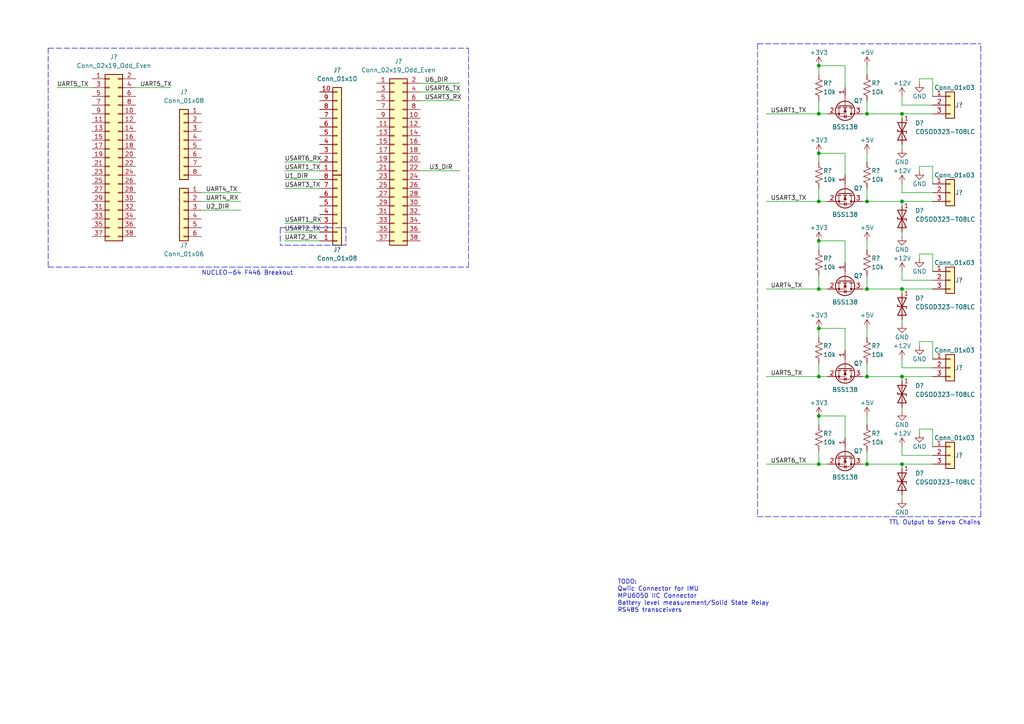
<source format=kicad_sch>
(kicad_sch (version 20211123) (generator eeschema)
  (paper "A4")
  (lib_symbols
    (symbol "Connector_Generic:Conn_01x03" (pin_names (offset 1.016) hide)
      (property "Reference" "J" (at 0 5.08 0))
      (property "Value" "Conn_01x03" (at 0 -5.08 0))
      (symbol "Conn_01x03_1_1"
        (rectangle (start -1.27 -2.413) (end 0 -2.667) (stroke (width 0.1524)))
        (rectangle (start -1.27 0.127) (end 0 -0.127) (stroke (width 0.1524)))
        (rectangle (start -1.27 2.667) (end 0 2.413) (stroke (width 0.1524)))
        (rectangle (start -1.27 3.81) (end 1.27 -3.81) (stroke (width 0.254)) (fill (type background)))
        (pin passive line (at -5.08 2.54 0) (length 3.81) (name "Pin_1") (number "1"))
        (pin passive line (at -5.08 0 0) (length 3.81) (name "Pin_2") (number "2"))
        (pin passive line (at -5.08 -2.54 0) (length 3.81) (name "Pin_3") (number "3"))
      )
    )
    (symbol "Connector_Generic:Conn_01x06" (pin_names (offset 1.016) hide)
      (property "Reference" "J" (at 0 7.62 0))
      (property "Value" "Conn_01x06" (at 0 -10.16 0))
      (symbol "Conn_01x06_1_1"
        (rectangle (start -1.27 -7.493) (end 0 -7.747) (stroke (width 0.1524)))
        (rectangle (start -1.27 -4.953) (end 0 -5.207) (stroke (width 0.1524)))
        (rectangle (start -1.27 -2.413) (end 0 -2.667) (stroke (width 0.1524)))
        (rectangle (start -1.27 0.127) (end 0 -0.127) (stroke (width 0.1524)))
        (rectangle (start -1.27 2.667) (end 0 2.413) (stroke (width 0.1524)))
        (rectangle (start -1.27 5.207) (end 0 4.953) (stroke (width 0.1524)))
        (rectangle (start -1.27 6.35) (end 1.27 -8.89) (stroke (width 0.254)) (fill (type background)))
        (pin passive line (at -5.08 5.08 0) (length 3.81) (name "Pin_1") (number "1"))
        (pin passive line (at -5.08 2.54 0) (length 3.81) (name "Pin_2") (number "2"))
        (pin passive line (at -5.08 0 0) (length 3.81) (name "Pin_3") (number "3"))
        (pin passive line (at -5.08 -2.54 0) (length 3.81) (name "Pin_4") (number "4"))
        (pin passive line (at -5.08 -5.08 0) (length 3.81) (name "Pin_5") (number "5"))
        (pin passive line (at -5.08 -7.62 0) (length 3.81) (name "Pin_6") (number "6"))
      )
    )
    (symbol "Connector_Generic:Conn_01x08" (pin_names (offset 1.016) hide)
      (property "Reference" "J" (at 0 10.16 0))
      (property "Value" "Conn_01x08" (at 0 -12.7 0))
      (symbol "Conn_01x08_1_1"
        (rectangle (start -1.27 -10.033) (end 0 -10.287) (stroke (width 0.1524)))
        (rectangle (start -1.27 -7.493) (end 0 -7.747) (stroke (width 0.1524)))
        (rectangle (start -1.27 -4.953) (end 0 -5.207) (stroke (width 0.1524)))
        (rectangle (start -1.27 -2.413) (end 0 -2.667) (stroke (width 0.1524)))
        (rectangle (start -1.27 0.127) (end 0 -0.127) (stroke (width 0.1524)))
        (rectangle (start -1.27 2.667) (end 0 2.413) (stroke (width 0.1524)))
        (rectangle (start -1.27 5.207) (end 0 4.953) (stroke (width 0.1524)))
        (rectangle (start -1.27 7.747) (end 0 7.493) (stroke (width 0.1524)))
        (rectangle (start -1.27 8.89) (end 1.27 -11.43) (stroke (width 0.254)) (fill (type background)))
        (pin passive line (at -5.08 7.62 0) (length 3.81) (name "Pin_1") (number "1"))
        (pin passive line (at -5.08 5.08 0) (length 3.81) (name "Pin_2") (number "2"))
        (pin passive line (at -5.08 2.54 0) (length 3.81) (name "Pin_3") (number "3"))
        (pin passive line (at -5.08 0 0) (length 3.81) (name "Pin_4") (number "4"))
        (pin passive line (at -5.08 -2.54 0) (length 3.81) (name "Pin_5") (number "5"))
        (pin passive line (at -5.08 -5.08 0) (length 3.81) (name "Pin_6") (number "6"))
        (pin passive line (at -5.08 -7.62 0) (length 3.81) (name "Pin_7") (number "7"))
        (pin passive line (at -5.08 -10.16 0) (length 3.81) (name "Pin_8") (number "8"))
      )
    )
    (symbol "Connector_Generic:Conn_01x10" (pin_names (offset 1.016) hide)
      (property "Reference" "J" (at 0 12.7 0))
      (property "Value" "Conn_01x10" (at 0 -15.24 0))
      (symbol "Conn_01x10_1_1"
        (rectangle (start -1.27 -12.573) (end 0 -12.827) (stroke (width 0.1524)))
        (rectangle (start -1.27 -10.033) (end 0 -10.287) (stroke (width 0.1524)))
        (rectangle (start -1.27 -7.493) (end 0 -7.747) (stroke (width 0.1524)))
        (rectangle (start -1.27 -4.953) (end 0 -5.207) (stroke (width 0.1524)))
        (rectangle (start -1.27 -2.413) (end 0 -2.667) (stroke (width 0.1524)))
        (rectangle (start -1.27 0.127) (end 0 -0.127) (stroke (width 0.1524)))
        (rectangle (start -1.27 2.667) (end 0 2.413) (stroke (width 0.1524)))
        (rectangle (start -1.27 5.207) (end 0 4.953) (stroke (width 0.1524)))
        (rectangle (start -1.27 7.747) (end 0 7.493) (stroke (width 0.1524)))
        (rectangle (start -1.27 10.287) (end 0 10.033) (stroke (width 0.1524)))
        (rectangle (start -1.27 11.43) (end 1.27 -13.97) (stroke (width 0.254)) (fill (type background)))
        (pin passive line (at -5.08 10.16 0) (length 3.81) (name "Pin_1") (number "1"))
        (pin passive line (at -5.08 -12.7 0) (length 3.81) (name "Pin_10") (number "10"))
        (pin passive line (at -5.08 7.62 0) (length 3.81) (name "Pin_2") (number "2"))
        (pin passive line (at -5.08 5.08 0) (length 3.81) (name "Pin_3") (number "3"))
        (pin passive line (at -5.08 2.54 0) (length 3.81) (name "Pin_4") (number "4"))
        (pin passive line (at -5.08 0 0) (length 3.81) (name "Pin_5") (number "5"))
        (pin passive line (at -5.08 -2.54 0) (length 3.81) (name "Pin_6") (number "6"))
        (pin passive line (at -5.08 -5.08 0) (length 3.81) (name "Pin_7") (number "7"))
        (pin passive line (at -5.08 -7.62 0) (length 3.81) (name "Pin_8") (number "8"))
        (pin passive line (at -5.08 -10.16 0) (length 3.81) (name "Pin_9") (number "9"))
      )
    )
    (symbol "Connector_Generic:Conn_02x19_Odd_Even" (pin_names (offset 1.016) hide)
      (property "Reference" "J" (at 1.27 25.4 0))
      (property "Value" "Conn_02x19_Odd_Even" (at 1.27 -25.4 0))
      (symbol "Conn_02x19_Odd_Even_1_1"
        (rectangle (start -1.27 -22.733) (end 0 -22.987) (stroke (width 0.1524)))
        (rectangle (start -1.27 -20.193) (end 0 -20.447) (stroke (width 0.1524)))
        (rectangle (start -1.27 -17.653) (end 0 -17.907) (stroke (width 0.1524)))
        (rectangle (start -1.27 -15.113) (end 0 -15.367) (stroke (width 0.1524)))
        (rectangle (start -1.27 -12.573) (end 0 -12.827) (stroke (width 0.1524)))
        (rectangle (start -1.27 -10.033) (end 0 -10.287) (stroke (width 0.1524)))
        (rectangle (start -1.27 -7.493) (end 0 -7.747) (stroke (width 0.1524)))
        (rectangle (start -1.27 -4.953) (end 0 -5.207) (stroke (width 0.1524)))
        (rectangle (start -1.27 -2.413) (end 0 -2.667) (stroke (width 0.1524)))
        (rectangle (start -1.27 0.127) (end 0 -0.127) (stroke (width 0.1524)))
        (rectangle (start -1.27 2.667) (end 0 2.413) (stroke (width 0.1524)))
        (rectangle (start -1.27 5.207) (end 0 4.953) (stroke (width 0.1524)))
        (rectangle (start -1.27 7.747) (end 0 7.493) (stroke (width 0.1524)))
        (rectangle (start -1.27 10.287) (end 0 10.033) (stroke (width 0.1524)))
        (rectangle (start -1.27 12.827) (end 0 12.573) (stroke (width 0.1524)))
        (rectangle (start -1.27 15.367) (end 0 15.113) (stroke (width 0.1524)))
        (rectangle (start -1.27 17.907) (end 0 17.653) (stroke (width 0.1524)))
        (rectangle (start -1.27 20.447) (end 0 20.193) (stroke (width 0.1524)))
        (rectangle (start -1.27 22.987) (end 0 22.733) (stroke (width 0.1524)))
        (rectangle (start -1.27 24.13) (end 3.81 -24.13) (stroke (width 0.254)) (fill (type background)))
        (rectangle (start 3.81 -22.733) (end 2.54 -22.987) (stroke (width 0.1524)))
        (rectangle (start 3.81 -20.193) (end 2.54 -20.447) (stroke (width 0.1524)))
        (rectangle (start 3.81 -17.653) (end 2.54 -17.907) (stroke (width 0.1524)))
        (rectangle (start 3.81 -15.113) (end 2.54 -15.367) (stroke (width 0.1524)))
        (rectangle (start 3.81 -12.573) (end 2.54 -12.827) (stroke (width 0.1524)))
        (rectangle (start 3.81 -10.033) (end 2.54 -10.287) (stroke (width 0.1524)))
        (rectangle (start 3.81 -7.493) (end 2.54 -7.747) (stroke (width 0.1524)))
        (rectangle (start 3.81 -4.953) (end 2.54 -5.207) (stroke (width 0.1524)))
        (rectangle (start 3.81 -2.413) (end 2.54 -2.667) (stroke (width 0.1524)))
        (rectangle (start 3.81 0.127) (end 2.54 -0.127) (stroke (width 0.1524)))
        (rectangle (start 3.81 2.667) (end 2.54 2.413) (stroke (width 0.1524)))
        (rectangle (start 3.81 5.207) (end 2.54 4.953) (stroke (width 0.1524)))
        (rectangle (start 3.81 7.747) (end 2.54 7.493) (stroke (width 0.1524)))
        (rectangle (start 3.81 10.287) (end 2.54 10.033) (stroke (width 0.1524)))
        (rectangle (start 3.81 12.827) (end 2.54 12.573) (stroke (width 0.1524)))
        (rectangle (start 3.81 15.367) (end 2.54 15.113) (stroke (width 0.1524)))
        (rectangle (start 3.81 17.907) (end 2.54 17.653) (stroke (width 0.1524)))
        (rectangle (start 3.81 20.447) (end 2.54 20.193) (stroke (width 0.1524)))
        (rectangle (start 3.81 22.987) (end 2.54 22.733) (stroke (width 0.1524)))
        (pin passive line (at -5.08 22.86 0) (length 3.81) (name "Pin_1") (number "1"))
        (pin passive line (at 7.62 12.7 180) (length 3.81) (name "Pin_10") (number "10"))
        (pin passive line (at -5.08 10.16 0) (length 3.81) (name "Pin_11") (number "11"))
        (pin passive line (at 7.62 10.16 180) (length 3.81) (name "Pin_12") (number "12"))
        (pin passive line (at -5.08 7.62 0) (length 3.81) (name "Pin_13") (number "13"))
        (pin passive line (at 7.62 7.62 180) (length 3.81) (name "Pin_14") (number "14"))
        (pin passive line (at -5.08 5.08 0) (length 3.81) (name "Pin_15") (number "15"))
        (pin passive line (at 7.62 5.08 180) (length 3.81) (name "Pin_16") (number "16"))
        (pin passive line (at -5.08 2.54 0) (length 3.81) (name "Pin_17") (number "17"))
        (pin passive line (at 7.62 2.54 180) (length 3.81) (name "Pin_18") (number "18"))
        (pin passive line (at -5.08 0 0) (length 3.81) (name "Pin_19") (number "19"))
        (pin passive line (at 7.62 22.86 180) (length 3.81) (name "Pin_2") (number "2"))
        (pin passive line (at 7.62 0 180) (length 3.81) (name "Pin_20") (number "20"))
        (pin passive line (at -5.08 -2.54 0) (length 3.81) (name "Pin_21") (number "21"))
        (pin passive line (at 7.62 -2.54 180) (length 3.81) (name "Pin_22") (number "22"))
        (pin passive line (at -5.08 -5.08 0) (length 3.81) (name "Pin_23") (number "23"))
        (pin passive line (at 7.62 -5.08 180) (length 3.81) (name "Pin_24") (number "24"))
        (pin passive line (at -5.08 -7.62 0) (length 3.81) (name "Pin_25") (number "25"))
        (pin passive line (at 7.62 -7.62 180) (length 3.81) (name "Pin_26") (number "26"))
        (pin passive line (at -5.08 -10.16 0) (length 3.81) (name "Pin_27") (number "27"))
        (pin passive line (at 7.62 -10.16 180) (length 3.81) (name "Pin_28") (number "28"))
        (pin passive line (at -5.08 -12.7 0) (length 3.81) (name "Pin_29") (number "29"))
        (pin passive line (at -5.08 20.32 0) (length 3.81) (name "Pin_3") (number "3"))
        (pin passive line (at 7.62 -12.7 180) (length 3.81) (name "Pin_30") (number "30"))
        (pin passive line (at -5.08 -15.24 0) (length 3.81) (name "Pin_31") (number "31"))
        (pin passive line (at 7.62 -15.24 180) (length 3.81) (name "Pin_32") (number "32"))
        (pin passive line (at -5.08 -17.78 0) (length 3.81) (name "Pin_33") (number "33"))
        (pin passive line (at 7.62 -17.78 180) (length 3.81) (name "Pin_34") (number "34"))
        (pin passive line (at -5.08 -20.32 0) (length 3.81) (name "Pin_35") (number "35"))
        (pin passive line (at 7.62 -20.32 180) (length 3.81) (name "Pin_36") (number "36"))
        (pin passive line (at -5.08 -22.86 0) (length 3.81) (name "Pin_37") (number "37"))
        (pin passive line (at 7.62 -22.86 180) (length 3.81) (name "Pin_38") (number "38"))
        (pin passive line (at 7.62 20.32 180) (length 3.81) (name "Pin_4") (number "4"))
        (pin passive line (at -5.08 17.78 0) (length 3.81) (name "Pin_5") (number "5"))
        (pin passive line (at 7.62 17.78 180) (length 3.81) (name "Pin_6") (number "6"))
        (pin passive line (at -5.08 15.24 0) (length 3.81) (name "Pin_7") (number "7"))
        (pin passive line (at 7.62 15.24 180) (length 3.81) (name "Pin_8") (number "8"))
        (pin passive line (at -5.08 12.7 0) (length 3.81) (name "Pin_9") (number "9"))
      )
    )
    (symbol "D_TVS_1" (pin_numbers hide) (pin_names (offset 1.016) hide)
      (property "Reference" "D?" (at 2.54 1.2701 90))
      (property "Value" "D_TVS_1" (at 2.54 -1.2699 90))
      (symbol "D_TVS_1_0_0"
        (text "1" (at -3.81 1.27 900) (effects (font (size 1.27 1.27))))
      )
      (symbol "D_TVS_1_0_1"
        (polyline (pts (xy 1.27 0) (xy -1.27 0)))
        (polyline (pts (xy 0.508 1.27) (xy 0 1.27) (xy 0 -1.27) (xy -0.508 -1.27)) (stroke (width 0.254)))
        (polyline (pts (xy -2.54 1.27) (xy -2.54 -1.27) (xy 2.54 1.27) (xy 2.54 -1.27) (xy -2.54 1.27)) (stroke (width 0.254)))
      )
      (symbol "D_TVS_1_1_1"
        (pin passive line (at -3.81 0 0) (length 2.54) (name "A1") (number "1"))
        (pin passive line (at 3.81 0 180) (length 2.54) (name "A2") (number "2"))
      )
    )
    (symbol "Device:R_US" (pin_numbers hide) (pin_names (offset 0))
      (property "Reference" "R" (at 2.54 0 90))
      (property "Value" "R_US" (at -2.54 0 90))
      (symbol "R_US_0_1"
        (polyline (pts (xy 0 -2.286) (xy 0 -2.54)))
        (polyline (pts (xy 0 2.286) (xy 0 2.54)))
        (polyline (pts (xy 0 -0.762) (xy 1.016 -1.143) (xy 0 -1.524) (xy -1.016 -1.905) (xy 0 -2.286)))
        (polyline (pts (xy 0 0.762) (xy 1.016 0.381) (xy 0 0) (xy -1.016 -0.381) (xy 0 -0.762)))
        (polyline (pts (xy 0 2.286) (xy 1.016 1.905) (xy 0 1.524) (xy -1.016 1.143) (xy 0 0.762)))
      )
      (symbol "R_US_1_1"
        (pin passive line (at 0 3.81 270) (length 1.27) (name "~") (number "1"))
        (pin passive line (at 0 -3.81 90) (length 1.27) (name "~") (number "2"))
      )
    )
    (symbol "Transistor_FET:BSS138" (pin_names hide)
      (property "Reference" "Q" (at 5.08 1.905 0))
      (property "Value" "BSS138" (at 5.08 0 0))
      (symbol "BSS138_0_1"
        (polyline (pts (xy 0.254 0) (xy -2.54 0)))
        (polyline (pts (xy 0.254 1.905) (xy 0.254 -1.905)) (stroke (width 0.254)))
        (polyline (pts (xy 0.762 -1.27) (xy 0.762 -2.286)) (stroke (width 0.254)))
        (polyline (pts (xy 0.762 0.508) (xy 0.762 -0.508)) (stroke (width 0.254)))
        (polyline (pts (xy 0.762 2.286) (xy 0.762 1.27)) (stroke (width 0.254)))
        (polyline (pts (xy 2.54 2.54) (xy 2.54 1.778)))
        (polyline (pts (xy 2.54 -2.54) (xy 2.54 0) (xy 0.762 0)))
        (polyline (pts (xy 0.762 -1.778) (xy 3.302 -1.778) (xy 3.302 1.778) (xy 0.762 1.778)))
        (polyline (pts (xy 1.016 0) (xy 2.032 0.381) (xy 2.032 -0.381) (xy 1.016 0)) (fill (type outline)))
        (polyline (pts (xy 2.794 0.508) (xy 2.921 0.381) (xy 3.683 0.381) (xy 3.81 0.254)))
        (polyline (pts (xy 3.302 0.381) (xy 2.921 -0.254) (xy 3.683 -0.254) (xy 3.302 0.381)))
        (circle (center 1.651 0) (radius 2.794) (stroke (width 0.254)))
        (circle (center 2.54 -1.778) (radius 0.254) (fill (type outline)))
        (circle (center 2.54 1.778) (radius 0.254) (fill (type outline)))
      )
      (symbol "BSS138_1_1"
        (pin input line (at -5.08 0 0) (length 2.54) (name "G") (number "1"))
        (pin passive line (at 2.54 -5.08 90) (length 2.54) (name "S") (number "2"))
        (pin passive line (at 2.54 5.08 270) (length 2.54) (name "D") (number "3"))
      )
    )
    (symbol "power:+12V" (power) (pin_names (offset 0))
      (property "Value" "+12V" (at 0 3.556 0))
      (symbol "+12V_0_1"
        (polyline (pts (xy -0.762 1.27) (xy 0 2.54)))
        (polyline (pts (xy 0 0) (xy 0 2.54)))
        (polyline (pts (xy 0 2.54) (xy 0.762 1.27)))
      )
      (symbol "+12V_1_1"
        (pin power_in line (at 0 0 90) (length 0) hide (name "+12V") (number "1"))
      )
    )
    (symbol "power:+3.3V" (power) (pin_names (offset 0))
      (property "Value" "+3.3V" (at 0 3.556 0))
      (symbol "+3.3V_0_1"
        (polyline (pts (xy -0.762 1.27) (xy 0 2.54)))
        (polyline (pts (xy 0 0) (xy 0 2.54)))
        (polyline (pts (xy 0 2.54) (xy 0.762 1.27)))
      )
      (symbol "+3.3V_1_1"
        (pin power_in line (at 0 0 90) (length 0) hide (name "+3V3") (number "1"))
      )
    )
    (symbol "power:+5V" (power) (pin_names (offset 0))
      (property "Value" "+5V" (at 0 3.556 0))
      (symbol "+5V_0_1"
        (polyline (pts (xy -0.762 1.27) (xy 0 2.54)))
        (polyline (pts (xy 0 0) (xy 0 2.54)))
        (polyline (pts (xy 0 2.54) (xy 0.762 1.27)))
      )
      (symbol "+5V_1_1"
        (pin power_in line (at 0 0 90) (length 0) hide (name "+5V") (number "1"))
      )
    )
    (symbol "power:GND" (power) (pin_names (offset 0))
      (property "Value" "GND" (at 0 -3.81 0))
      (symbol "GND_0_1"
        (polyline (pts (xy 0 0) (xy 0 -1.27) (xy 1.27 -1.27) (xy 0 -2.54) (xy -1.27 -1.27) (xy 0 -1.27)))
      )
      (symbol "GND_1_1"
        (pin power_in line (at 0 0 270) (length 0) hide (name "GND") (number "1"))
      )
    )
  )
  (junction (at 251.46 109.22))
  (junction (at 261.62 58.42))
  (junction (at 261.62 33.02))
  (junction (at 237.49 33.02))
  (junction (at 237.49 134.62))
  (junction (at 237.49 120.65))
  (junction (at 237.49 109.22))
  (junction (at 237.49 44.45))
  (junction (at 251.46 83.82))
  (junction (at 251.46 33.02))
  (junction (at 251.46 134.62))
  (junction (at 261.62 109.22))
  (junction (at 237.49 83.82))
  (junction (at 251.46 58.42))
  (junction (at 237.49 58.42))
  (junction (at 237.49 95.25))
  (junction (at 237.49 19.05))
  (junction (at 261.62 83.82))
  (junction (at 261.62 134.62))
  (junction (at 237.49 69.85))
  (wire (pts (xy 270.51 22.86) (xy 266.7 22.86)))
  (wire (pts (xy 121.92 24.13) (xy 133.35 24.13)))
  (wire (pts (xy 237.49 109.22) (xy 237.49 105.41)))
  (wire (pts (xy 245.11 44.45) (xy 237.49 44.45)))
  (wire (pts (xy 237.49 69.85) (xy 237.49 72.39)))
  (wire (pts (xy 270.51 78.74) (xy 270.51 73.66)))
  (wire (pts (xy 240.03 58.42) (xy 237.49 58.42)))
  (wire (pts (xy 261.62 58.42) (xy 270.51 58.42)))
  (wire (pts (xy 261.62 134.62) (xy 261.62 135.89)))
  (polyline (pts (xy 13.97 13.97) (xy 13.97 77.47)))
  (wire (pts (xy 82.55 54.61) (xy 92.71 54.61)))
  (wire (pts (xy 261.62 83.82) (xy 261.62 85.09)))
  (wire (pts (xy 270.51 48.26) (xy 266.7 48.26)))
  (wire (pts (xy 82.55 69.85) (xy 92.71 69.85)))
  (wire (pts (xy 222.25 83.82) (xy 237.49 83.82)))
  (wire (pts (xy 82.55 49.53) (xy 92.71 49.53)))
  (wire (pts (xy 251.46 95.25) (xy 251.46 97.79)))
  (wire (pts (xy 58.42 58.42) (xy 69.85 58.42)))
  (wire (pts (xy 261.62 83.82) (xy 270.51 83.82)))
  (wire (pts (xy 251.46 58.42) (xy 261.62 58.42)))
  (wire (pts (xy 261.62 41.91) (xy 261.62 43.18)))
  (wire (pts (xy 270.51 73.66) (xy 266.7 73.66)))
  (wire (pts (xy 251.46 58.42) (xy 250.19 58.42)))
  (wire (pts (xy 58.42 55.88) (xy 69.85 55.88)))
  (wire (pts (xy 245.11 25.4) (xy 245.11 19.05)))
  (wire (pts (xy 121.92 26.67) (xy 133.35 26.67)))
  (polyline (pts (xy 284.48 149.86) (xy 284.48 12.7)))
  (wire (pts (xy 82.55 52.07) (xy 92.71 52.07)))
  (wire (pts (xy 245.11 127) (xy 245.11 120.65)))
  (wire (pts (xy 245.11 19.05) (xy 237.49 19.05)))
  (wire (pts (xy 251.46 29.21) (xy 251.46 33.02)))
  (wire (pts (xy 240.03 83.82) (xy 237.49 83.82)))
  (wire (pts (xy 261.62 109.22) (xy 270.51 109.22)))
  (wire (pts (xy 261.62 81.28) (xy 270.51 81.28)))
  (wire (pts (xy 251.46 83.82) (xy 261.62 83.82)))
  (wire (pts (xy 251.46 109.22) (xy 250.19 109.22)))
  (wire (pts (xy 251.46 44.45) (xy 251.46 46.99)))
  (wire (pts (xy 16.51 25.4) (xy 26.67 25.4)))
  (wire (pts (xy 261.62 67.31) (xy 261.62 68.58)))
  (wire (pts (xy 251.46 105.41) (xy 251.46 109.22)))
  (wire (pts (xy 222.25 33.02) (xy 237.49 33.02)))
  (polyline (pts (xy 81.28 66.04) (xy 100.33 66.04)))
  (wire (pts (xy 222.25 58.42) (xy 237.49 58.42)))
  (wire (pts (xy 270.51 27.94) (xy 270.51 22.86)))
  (wire (pts (xy 82.55 64.77) (xy 92.71 64.77)))
  (wire (pts (xy 261.62 106.68) (xy 270.51 106.68)))
  (wire (pts (xy 261.62 58.42) (xy 261.62 59.69)))
  (wire (pts (xy 121.92 29.21) (xy 133.35 29.21)))
  (wire (pts (xy 261.62 30.48) (xy 270.51 30.48)))
  (wire (pts (xy 121.92 49.53) (xy 133.35 49.53)))
  (wire (pts (xy 261.62 129.54) (xy 261.62 132.08)))
  (wire (pts (xy 266.7 22.86) (xy 266.7 24.13)))
  (wire (pts (xy 270.51 124.46) (xy 266.7 124.46)))
  (wire (pts (xy 261.62 92.71) (xy 261.62 93.98)))
  (wire (pts (xy 251.46 19.05) (xy 251.46 21.59)))
  (wire (pts (xy 251.46 134.62) (xy 261.62 134.62)))
  (wire (pts (xy 222.25 134.62) (xy 237.49 134.62)))
  (wire (pts (xy 251.46 33.02) (xy 250.19 33.02)))
  (wire (pts (xy 237.49 95.25) (xy 237.49 97.79)))
  (wire (pts (xy 261.62 27.94) (xy 261.62 30.48)))
  (wire (pts (xy 261.62 118.11) (xy 261.62 119.38)))
  (wire (pts (xy 237.49 134.62) (xy 237.49 130.81)))
  (wire (pts (xy 270.51 104.14) (xy 270.51 99.06)))
  (wire (pts (xy 245.11 120.65) (xy 237.49 120.65)))
  (polyline (pts (xy 100.33 71.12) (xy 81.28 71.12)))
  (wire (pts (xy 245.11 69.85) (xy 237.49 69.85)))
  (polyline (pts (xy 100.33 66.04) (xy 100.33 71.12)))
  (wire (pts (xy 82.55 67.31) (xy 92.71 67.31)))
  (wire (pts (xy 82.55 46.99) (xy 92.71 46.99)))
  (wire (pts (xy 39.37 25.4) (xy 49.53 25.4)))
  (wire (pts (xy 251.46 54.61) (xy 251.46 58.42)))
  (wire (pts (xy 266.7 99.06) (xy 266.7 100.33)))
  (wire (pts (xy 58.42 60.96) (xy 69.85 60.96)))
  (wire (pts (xy 261.62 33.02) (xy 270.51 33.02)))
  (polyline (pts (xy 135.89 77.47) (xy 135.89 13.97)))
  (wire (pts (xy 240.03 109.22) (xy 237.49 109.22)))
  (wire (pts (xy 237.49 19.05) (xy 237.49 21.59)))
  (wire (pts (xy 266.7 124.46) (xy 266.7 125.73)))
  (wire (pts (xy 251.46 80.01) (xy 251.46 83.82)))
  (polyline (pts (xy 219.71 12.7) (xy 219.71 149.86)))
  (wire (pts (xy 251.46 109.22) (xy 261.62 109.22)))
  (wire (pts (xy 270.51 99.06) (xy 266.7 99.06)))
  (wire (pts (xy 237.49 83.82) (xy 237.49 80.01)))
  (wire (pts (xy 251.46 134.62) (xy 250.19 134.62)))
  (wire (pts (xy 245.11 95.25) (xy 237.49 95.25)))
  (wire (pts (xy 245.11 50.8) (xy 245.11 44.45)))
  (wire (pts (xy 245.11 76.2) (xy 245.11 69.85)))
  (wire (pts (xy 251.46 83.82) (xy 250.19 83.82)))
  (wire (pts (xy 261.62 104.14) (xy 261.62 106.68)))
  (wire (pts (xy 261.62 143.51) (xy 261.62 144.78)))
  (wire (pts (xy 251.46 120.65) (xy 251.46 123.19)))
  (wire (pts (xy 261.62 55.88) (xy 270.51 55.88)))
  (wire (pts (xy 261.62 132.08) (xy 270.51 132.08)))
  (wire (pts (xy 261.62 78.74) (xy 261.62 81.28)))
  (wire (pts (xy 251.46 130.81) (xy 251.46 134.62)))
  (wire (pts (xy 261.62 33.02) (xy 261.62 34.29)))
  (polyline (pts (xy 219.71 12.7) (xy 284.48 12.7)))
  (wire (pts (xy 251.46 69.85) (xy 251.46 72.39)))
  (wire (pts (xy 240.03 134.62) (xy 237.49 134.62)))
  (wire (pts (xy 266.7 73.66) (xy 266.7 74.93)))
  (wire (pts (xy 251.46 33.02) (xy 261.62 33.02)))
  (wire (pts (xy 222.25 109.22) (xy 237.49 109.22)))
  (wire (pts (xy 261.62 53.34) (xy 261.62 55.88)))
  (polyline (pts (xy 13.97 13.97) (xy 135.89 13.97)))
  (polyline (pts (xy 219.71 149.86) (xy 284.48 149.86)))
  (wire (pts (xy 237.49 33.02) (xy 237.49 29.21)))
  (polyline (pts (xy 81.28 66.04) (xy 81.28 71.12)))
  (wire (pts (xy 237.49 58.42) (xy 237.49 54.61)))
  (wire (pts (xy 266.7 48.26) (xy 266.7 49.53)))
  (wire (pts (xy 261.62 109.22) (xy 261.62 110.49)))
  (wire (pts (xy 245.11 101.6) (xy 245.11 95.25)))
  (wire (pts (xy 270.51 53.34) (xy 270.51 48.26)))
  (wire (pts (xy 261.62 134.62) (xy 270.51 134.62)))
  (wire (pts (xy 237.49 44.45) (xy 237.49 46.99)))
  (wire (pts (xy 237.49 120.65) (xy 237.49 123.19)))
  (wire (pts (xy 240.03 33.02) (xy 237.49 33.02)))
  (polyline (pts (xy 13.97 77.47) (xy 135.89 77.47)))
  (wire (pts (xy 270.51 129.54) (xy 270.51 124.46)))
  (text "TTL Output to Servo Chains" (at 257.81 152.4 0) (effects (font (size 1.27 1.27)) (justify left bottom)))
  (text "TODO:\nQwiic Connector for IMU\nMPU6050 IIC Connector\nBattery level measurement/Solid State Relay\nRS485 transceivers\n" (at 179.07 177.8 0) (effects (font (size 1.27 1.27)) (justify left bottom)))
  (text "NUCLEO-64 F446 Breakout" (at 58.42 80.01 0) (effects (font (size 1.27 1.27)) (justify left bottom)))
  (label "U3_DIR" (at 124.46 49.53 0))
  (label "UART5_TX" (at 16.51 25.4 0))
  (label "USART1_RX" (at 82.55 64.77 0))
  (label "USART3_RX" (at 123.19 29.21 0))
  (label "USART6_RX" (at 82.55 46.99 0))
  (label "UART2_RX" (at 82.55 69.85 0))
  (label "U2_DIR" (at 59.69 60.96 0))
  (label "USART1_TX" (at 82.55 49.53 0))
  (label "U1_DIR" (at 82.55 52.07 0))
  (label "UART4_RX" (at 59.69 58.42 0))
  (label "UART4_TX" (at 223.52 83.82 0))
  (label "USART6_TX" (at 123.19 26.67 0))
  (label "UART4_TX" (at 59.69 55.88 0))
  (label "UART5_TX" (at 223.52 109.22 0))
  (label "U6_DIR" (at 123.19 24.13 0))
  (label "UART5_TX" (at 40.64 25.4 0))
  (label "USART3_TX" (at 82.55 54.61 0))
  (label "USART2_TX" (at 82.55 67.31 0))
  (label "USART6_TX" (at 223.52 134.62 0))
  (label "USART3_TX" (at 223.52 58.42 0))
  (label "USART1_TX" (at 223.52 33.02 0))
  (symbol (lib_id "Device:R_US") (at 251.46 50.8 0) (unit 1)
    (property "Reference" "R?" (at 252.73 49.53 0) (effects (justify left)))
    (property "Value" "10k" (at 252.73 52.07 0) (effects (justify left)))
  )
  (symbol (lib_id "Connector_Generic:Conn_02x19_Odd_Even") (at 114.3 46.99 0) (unit 1)
    (property "Reference" "J?" (at 115.57 17.78 0))
    (property "Value" "Conn_02x19_Odd_Even" (at 115.57 20.32 0))
    (property "Footprint" "Connector_PinHeader_2.54mm:PinHeader_2x19_P2.54mm_Vertical" (effects hide))
  )
  (symbol (lib_id "Connector_Generic:Conn_01x08") (at 53.34 40.64 0) (mirror y) (unit 1)
    (property "Reference" "J?" (at 53.34 26.67 0))
    (property "Value" "Conn_01x08" (at 53.34 29.21 0))
    (property "Footprint" "Connector_PinHeader_2.54mm:PinHeader_1x08_P2.54mm_Vertical" (effects hide))
  )
  (symbol (lib_id "Device:R_US") (at 251.46 76.2 0) (unit 1)
    (property "Reference" "R?" (at 252.73 74.93 0) (effects (justify left)))
    (property "Value" "10k" (at 252.73 77.47 0) (effects (justify left)))
  )
  (symbol (lib_id "Transistor_FET:BSS138") (at 245.11 106.68 270) (unit 1)
    (property "Reference" "Q?" (at 248.92 105.41 90))
    (property "Value" "BSS138" (at 245.11 113.03 90))
    (property "Footprint" "Package_TO_SOT_SMD:SOT-23" (effects hide))
    (property "Datasheet" "https://www.onsemi.com/pub/Collateral/BSS138-D.PDF" (effects hide))
  )
  (symbol (lib_id "power:GND") (at 266.7 49.53 0) (unit 1)
    (property "Reference" "#PWR?" (effects hide))
    (property "Value" "GND" (at 266.7 53.34 0))
  )
  (symbol (lib_id "Connector_Generic:Conn_01x03") (at 275.59 132.08 0) (unit 1)
    (property "Reference" "J?" (at 278.13 132.08 0))
    (property "Value" "Conn_01x03" (at 276.86 127 0))
    (property "Footprint" "Connector_Molex:Molex_SPOX_5268-03A_1x03_P2.50mm_Horizontal" (effects hide))
  )
  (symbol (lib_id "power:GND") (at 261.62 43.18 0) (unit 1)
    (property "Reference" "#PWR?" (effects hide))
    (property "Value" "GND" (at 261.62 46.99 0))
  )
  (symbol (lib_id "power:GND") (at 261.62 93.98 0) (unit 1)
    (property "Reference" "#PWR?" (effects hide))
    (property "Value" "GND" (at 261.62 97.79 0))
  )
  (symbol (lib_id "power:+3.3V") (at 237.49 44.45 0) (unit 1)
    (property "Reference" "#PWR?" (effects hide))
    (property "Value" "+3.3V" (at 237.49 40.64 0))
  )
  (symbol (lib_id "power:GND") (at 261.62 68.58 0) (unit 1)
    (property "Reference" "#PWR?" (effects hide))
    (property "Value" "GND" (at 261.62 72.39 0))
  )
  (symbol (lib_id "Device:R_US") (at 237.49 25.4 0) (unit 1)
    (property "Reference" "R?" (at 238.76 24.13 0) (effects (justify left)))
    (property "Value" "10k" (at 238.76 26.67 0) (effects (justify left)))
  )
  (symbol (lib_id "power:GND") (at 261.62 119.38 0) (unit 1)
    (property "Reference" "#PWR?" (effects hide))
    (property "Value" "GND" (at 261.62 123.19 0))
  )
  (symbol (lib_id "Device:R_US") (at 251.46 25.4 0) (unit 1)
    (property "Reference" "R?" (at 252.73 24.13 0) (effects (justify left)))
    (property "Value" "10k" (at 252.73 26.67 0) (effects (justify left)))
  )
  (symbol (lib_id "power:+3.3V") (at 237.49 19.05 0) (unit 1)
    (property "Reference" "#PWR?" (effects hide))
    (property "Value" "+3.3V" (at 237.49 15.24 0))
  )
  (symbol (lib_id "Connector_Generic:Conn_01x08") (at 97.79 62.23 0) (mirror x) (unit 1)
    (property "Reference" "J?" (at 97.79 72.39 0))
    (property "Value" "Conn_01x08" (at 97.79 74.93 0))
    (property "Footprint" "Connector_PinHeader_2.54mm:PinHeader_1x08_P2.54mm_Vertical" (effects hide))
  )
  (symbol (lib_name "D_TVS_1") (lib_id "Device:D_TVS") (at 261.62 114.3 270) (unit 1)
    (property "Reference" "D?" (at 265.43 111.8876 90) (effects (justify left)))
    (property "Value" "CDSOD323-T08LC" (at 265.43 114.4276 90) (effects (justify left)))
    (property "Footprint" "Diode_SMD:D_SOD-323_HandSoldering" (effects hide))
  )
  (symbol (lib_id "power:+12V") (at 261.62 53.34 0) (unit 1)
    (property "Reference" "#PWR?" (effects hide))
    (property "Value" "+12V" (at 261.62 49.53 0))
  )
  (symbol (lib_name "D_TVS_1") (lib_id "Device:D_TVS") (at 261.62 139.7 270) (unit 1)
    (property "Reference" "D?" (at 265.43 137.2876 90) (effects (justify left)))
    (property "Value" "CDSOD323-T08LC" (at 265.43 139.8276 90) (effects (justify left)))
    (property "Footprint" "Diode_SMD:D_SOD-323_HandSoldering" (effects hide))
  )
  (symbol (lib_id "power:+3.3V") (at 237.49 120.65 0) (unit 1)
    (property "Reference" "#PWR?" (effects hide))
    (property "Value" "+3.3V" (at 237.49 116.84 0))
  )
  (symbol (lib_id "power:+5V") (at 251.46 120.65 0) (unit 1)
    (property "Reference" "#PWR?" (effects hide))
    (property "Value" "+5V" (at 251.46 116.84 0))
  )
  (symbol (lib_name "D_TVS_1") (lib_id "Device:D_TVS") (at 261.62 63.5 270) (unit 1)
    (property "Reference" "D?" (at 265.43 61.0876 90) (effects (justify left)))
    (property "Value" "CDSOD323-T08LC" (at 265.43 63.6276 90) (effects (justify left)))
    (property "Footprint" "Diode_SMD:D_SOD-323_HandSoldering" (effects hide))
  )
  (symbol (lib_id "Device:R_US") (at 251.46 127 0) (unit 1)
    (property "Reference" "R?" (at 252.73 125.73 0) (effects (justify left)))
    (property "Value" "10k" (at 252.73 128.27 0) (effects (justify left)))
  )
  (symbol (lib_id "power:+3.3V") (at 237.49 69.85 0) (unit 1)
    (property "Reference" "#PWR?" (effects hide))
    (property "Value" "+3.3V" (at 237.49 66.04 0))
  )
  (symbol (lib_id "Device:R_US") (at 237.49 76.2 0) (unit 1)
    (property "Reference" "R?" (at 238.76 74.93 0) (effects (justify left)))
    (property "Value" "10k" (at 238.76 77.47 0) (effects (justify left)))
  )
  (symbol (lib_id "Device:R_US") (at 237.49 50.8 0) (unit 1)
    (property "Reference" "R?" (at 238.76 49.53 0) (effects (justify left)))
    (property "Value" "10k" (at 238.76 52.07 0) (effects (justify left)))
  )
  (symbol (lib_id "power:+3.3V") (at 237.49 95.25 0) (unit 1)
    (property "Reference" "#PWR?" (effects hide))
    (property "Value" "+3.3V" (at 237.49 91.44 0))
  )
  (symbol (lib_id "power:GND") (at 261.62 144.78 0) (unit 1)
    (property "Reference" "#PWR?" (effects hide))
    (property "Value" "GND" (at 261.62 148.59 0))
  )
  (symbol (lib_id "power:+12V") (at 261.62 78.74 0) (unit 1)
    (property "Reference" "#PWR?" (effects hide))
    (property "Value" "+12V" (at 261.62 74.93 0))
  )
  (symbol (lib_id "Transistor_FET:BSS138") (at 245.11 81.28 270) (unit 1)
    (property "Reference" "Q?" (at 248.92 80.01 90))
    (property "Value" "BSS138" (at 245.11 87.63 90))
    (property "Footprint" "Package_TO_SOT_SMD:SOT-23" (effects hide))
    (property "Datasheet" "https://www.onsemi.com/pub/Collateral/BSS138-D.PDF" (effects hide))
  )
  (symbol (lib_id "power:+5V") (at 251.46 95.25 0) (unit 1)
    (property "Reference" "#PWR?" (effects hide))
    (property "Value" "+5V" (at 251.46 91.44 0))
  )
  (symbol (lib_id "Connector_Generic:Conn_01x10") (at 97.79 39.37 0) (mirror x) (unit 1)
    (property "Reference" "J?" (at 97.79 20.32 0))
    (property "Value" "Conn_01x10" (at 97.79 22.86 0))
    (property "Footprint" "Connector_PinHeader_2.54mm:PinHeader_1x10_P2.54mm_Vertical" (effects hide))
  )
  (symbol (lib_id "power:GND") (at 266.7 125.73 0) (unit 1)
    (property "Reference" "#PWR?" (effects hide))
    (property "Value" "GND" (at 266.7 129.54 0))
  )
  (symbol (lib_id "power:+5V") (at 251.46 69.85 0) (unit 1)
    (property "Reference" "#PWR?" (effects hide))
    (property "Value" "+5V" (at 251.46 66.04 0))
  )
  (symbol (lib_id "power:+5V") (at 251.46 44.45 0) (unit 1)
    (property "Reference" "#PWR?" (effects hide))
    (property "Value" "+5V" (at 251.46 40.64 0))
  )
  (symbol (lib_id "power:+12V") (at 261.62 27.94 0) (unit 1)
    (property "Reference" "#PWR?" (effects hide))
    (property "Value" "+12V" (at 261.62 24.13 0))
  )
  (symbol (lib_id "Device:R_US") (at 237.49 101.6 0) (unit 1)
    (property "Reference" "R?" (at 238.76 100.33 0) (effects (justify left)))
    (property "Value" "10k" (at 238.76 102.87 0) (effects (justify left)))
  )
  (symbol (lib_id "power:+12V") (at 261.62 129.54 0) (unit 1)
    (property "Reference" "#PWR?" (effects hide))
    (property "Value" "+12V" (at 261.62 125.73 0))
  )
  (symbol (lib_id "power:GND") (at 266.7 74.93 0) (unit 1)
    (property "Reference" "#PWR?" (effects hide))
    (property "Value" "GND" (at 266.7 78.74 0))
  )
  (symbol (lib_id "power:+5V") (at 251.46 19.05 0) (unit 1)
    (property "Reference" "#PWR?" (effects hide))
    (property "Value" "+5V" (at 251.46 15.24 0))
  )
  (symbol (lib_id "Connector_Generic:Conn_02x19_Odd_Even") (at 31.75 45.72 0) (unit 1)
    (property "Reference" "J?" (at 33.02 16.51 0))
    (property "Value" "Conn_02x19_Odd_Even" (at 33.02 19.05 0))
    (property "Footprint" "Connector_PinHeader_2.54mm:PinHeader_2x19_P2.54mm_Vertical" (effects hide))
  )
  (symbol (lib_name "D_TVS_1") (lib_id "Device:D_TVS") (at 261.62 38.1 270) (unit 1)
    (property "Reference" "D?" (at 265.43 35.6876 90) (effects (justify left)))
    (property "Value" "CDSOD323-T08LC" (at 265.43 38.2276 90) (effects (justify left)))
    (property "Footprint" "Diode_SMD:D_SOD-323_HandSoldering" (effects hide))
  )
  (symbol (lib_id "Device:R_US") (at 251.46 101.6 0) (unit 1)
    (property "Reference" "R?" (at 252.73 100.33 0) (effects (justify left)))
    (property "Value" "10k" (at 252.73 102.87 0) (effects (justify left)))
  )
  (symbol (lib_id "Transistor_FET:BSS138") (at 245.11 132.08 270) (unit 1)
    (property "Reference" "Q?" (at 248.92 130.81 90))
    (property "Value" "BSS138" (at 245.11 138.43 90))
    (property "Footprint" "Package_TO_SOT_SMD:SOT-23" (effects hide))
    (property "Datasheet" "https://www.onsemi.com/pub/Collateral/BSS138-D.PDF" (effects hide))
  )
  (symbol (lib_id "power:GND") (at 266.7 24.13 0) (unit 1)
    (property "Reference" "#PWR?" (effects hide))
    (property "Value" "GND" (at 266.7 27.94 0))
  )
  (symbol (lib_id "Connector_Generic:Conn_01x06") (at 53.34 60.96 0) (mirror y) (unit 1)
    (property "Reference" "J?" (at 53.34 71.12 0))
    (property "Value" "Conn_01x06" (at 53.34 73.66 0))
    (property "Footprint" "Connector_PinHeader_2.54mm:PinHeader_1x06_P2.54mm_Vertical" (effects hide))
  )
  (symbol (lib_id "Transistor_FET:BSS138") (at 245.11 30.48 270) (unit 1)
    (property "Reference" "Q?" (at 248.92 29.21 90))
    (property "Value" "BSS138" (at 245.11 36.83 90))
    (property "Footprint" "Package_TO_SOT_SMD:SOT-23" (effects hide))
    (property "Datasheet" "https://www.onsemi.com/pub/Collateral/BSS138-D.PDF" (effects hide))
  )
  (symbol (lib_id "power:+12V") (at 261.62 104.14 0) (unit 1)
    (property "Reference" "#PWR?" (effects hide))
    (property "Value" "+12V" (at 261.62 100.33 0))
  )
  (symbol (lib_id "power:GND") (at 266.7 100.33 0) (unit 1)
    (property "Reference" "#PWR?" (effects hide))
    (property "Value" "GND" (at 266.7 104.14 0))
  )
  (symbol (lib_name "D_TVS_1") (lib_id "Device:D_TVS") (at 261.62 88.9 270) (unit 1)
    (property "Reference" "D?" (at 265.43 86.4876 90) (effects (justify left)))
    (property "Value" "CDSOD323-T08LC" (at 265.43 89.0276 90) (effects (justify left)))
    (property "Footprint" "Diode_SMD:D_SOD-323_HandSoldering" (effects hide))
  )
  (symbol (lib_id "Connector_Generic:Conn_01x03") (at 275.59 81.28 0) (unit 1)
    (property "Reference" "J?" (at 278.13 81.28 0))
    (property "Value" "Conn_01x03" (at 276.86 76.2 0))
    (property "Footprint" "Connector_Molex:Molex_SPOX_5268-03A_1x03_P2.50mm_Horizontal" (effects hide))
  )
  (symbol (lib_id "Connector_Generic:Conn_01x03") (at 275.59 55.88 0) (unit 1)
    (property "Reference" "J?" (at 278.13 55.88 0))
    (property "Value" "Conn_01x03" (at 276.86 50.8 0))
    (property "Footprint" "Connector_Molex:Molex_SPOX_5268-03A_1x03_P2.50mm_Horizontal" (effects hide))
  )
  (symbol (lib_id "Transistor_FET:BSS138") (at 245.11 55.88 270) (unit 1)
    (property "Reference" "Q?" (at 248.92 54.61 90))
    (property "Value" "BSS138" (at 245.11 62.23 90))
    (property "Footprint" "Package_TO_SOT_SMD:SOT-23" (effects hide))
    (property "Datasheet" "https://www.onsemi.com/pub/Collateral/BSS138-D.PDF" (effects hide))
  )
  (symbol (lib_id "Connector_Generic:Conn_01x03") (at 275.59 30.48 0) (unit 1)
    (property "Reference" "J?" (at 278.13 30.48 0))
    (property "Value" "Conn_01x03" (at 276.86 25.4 0))
    (property "Footprint" "Connector_Molex:Molex_SPOX_5268-03A_1x03_P2.50mm_Horizontal" (effects hide))
  )
  (symbol (lib_id "Connector_Generic:Conn_01x03") (at 275.59 106.68 0) (unit 1)
    (property "Reference" "J?" (at 278.13 106.68 0))
    (property "Value" "Conn_01x03" (at 276.86 101.6 0))
    (property "Footprint" "Connector_Molex:Molex_SPOX_5268-03A_1x03_P2.50mm_Horizontal" (effects hide))
  )
  (symbol (lib_id "Device:R_US") (at 237.49 127 0) (unit 1)
    (property "Reference" "R?" (at 238.76 125.73 0) (effects (justify left)))
    (property "Value" "10k" (at 238.76 128.27 0) (effects (justify left)))
  )
)
</source>
